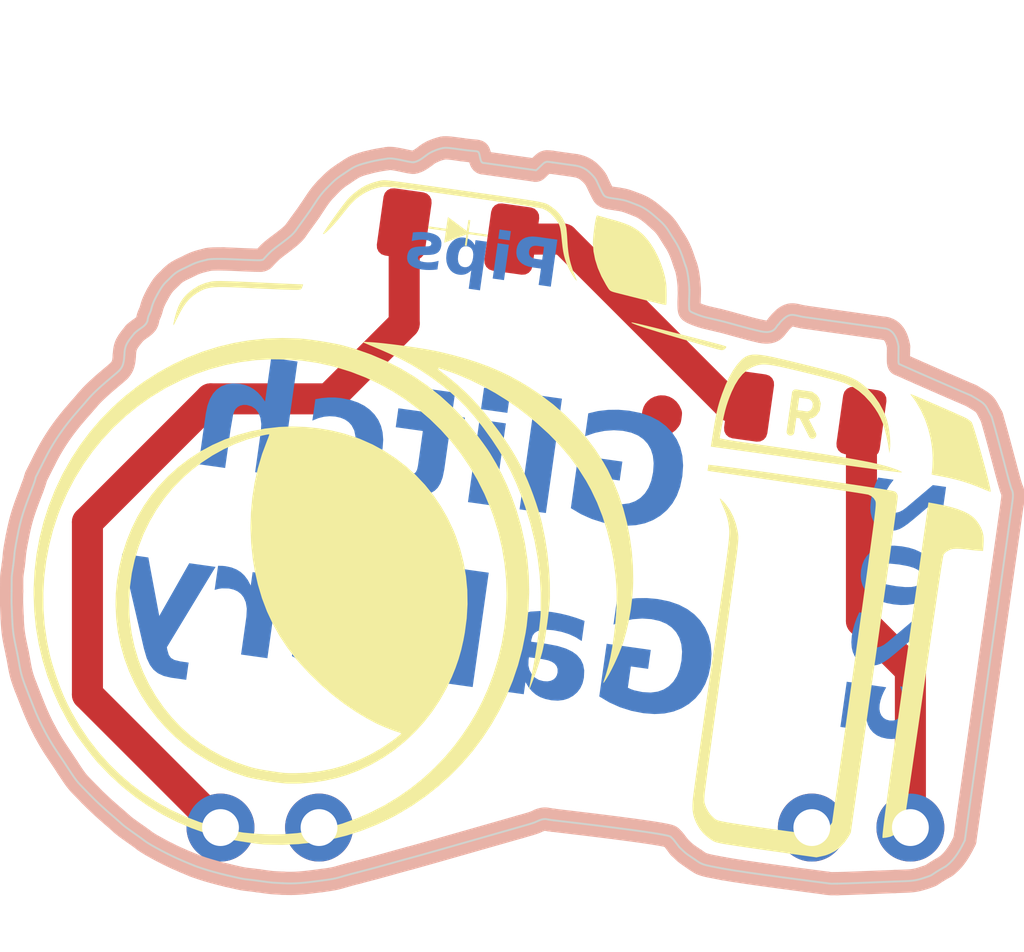
<source format=kicad_pcb>
(kicad_pcb (version 20241229) (generator "pcbnew") (generator_version "9.0")
  (layers (0 "F.Cu" signal) (2 "B.Cu" signal) (13 "F.Paste" user) (15 "B.Paste" user) (5 "F.SilkS" user "F.Silkscreen") (7 "B.SilkS" user "B.Silkscreen") (1 "F.Mask" user) (3 "B.Mask" user) (25 "Edge.Cuts" user))
  (net 0 "")
  (net 1 "Net-(D1-K)")
  (net 2 "CLK")
  (net 4 "+3.3V")
  (net 5 "GND")
  (footprint "LED_SMD:LED_1206_3216Metric" (layer "F.Cu") (at 152.170917 84.333308 172)
    (property "Reference" "D1" (hide yes))
    (property "Value" "WHITE")
    (pad "1" smd roundrect (at -1.4 0 172) (size 1.25 1.75) (layers "F.Cu" "F.Mask" "F.Paste") (roundrect_rratio 0.2) (net 1 "Net-(D1-K)"))
    (pad "2" smd roundrect (at 1.4 0 172) (size 1.25 1.75) (layers "F.Cu" "F.Mask" "F.Paste") (roundrect_rratio 0.2) (net 2 "CLK"))
  )
  (footprint "MiniBadge:MiniBadge_Simple_NoEdges" (layer "F.Cu") (at 144.78 80.645)
    (property "Reference" "MB1" (hide yes))
    (property "Value" "MiniBadge_Simple")
    (pad "9" thru_hole circle (at 1.27 19.05) (size 1.75 1.75) (drill 0.95) (layers "*.Cu" "*.Mask") (net 2 "CLK"))
    (pad "10" thru_hole circle (at 3.81 19.05) (size 1.75 1.75) (drill 0.95) (layers "*.Cu" "*.Mask"))
    (pad "15" thru_hole circle (at 16.51 19.05) (size 1.75 1.75) (drill 0.95) (layers "*.Cu" "*.Mask") (net 4 "+3.3V"))
    (pad "16" thru_hole circle (at 19.05 19.05) (size 1.75 1.75) (drill 0.95) (layers "*.Cu" "*.Mask") (net 5 "GND"))
  )
  (footprint "LOGO" (layer "F.Cu") (at 152.207477 84.054103 -8)
    (property "Reference" "G***" (hide yes))
    (property "Value" "LOGO" (hide yes))
  )
  (footprint "LOGO" (layer "F.Cu") (at 154.051 92.329 -8)
    (property "Reference" "G***" (hide yes))
    (property "Value" "LOGO" (hide yes))
    (fp_poly (pts (xy 2.782667 -4.202659) (xy 2.729055 -4.187813) (xy 2.627365 -4.1443) (xy 2.545355 -4.087507) (xy 2.475737 -4.01235) (xy 2.473805 -4.009811) (xy 2.423109 -3.929727) (xy 2.39109 -3.844812) (xy 2.375336 -3.747193) (xy 2.37269 -3.679184) (xy 2.373913 -3.613144) (xy 2.37975 -3.563612) (xy 2.392408 -3.519012) (xy 2.412294 -3.471693) (xy 2.471908 -3.372612) (xy 2.550288 -3.290066) (xy 2.643181 -3.226137) (xy 2.746336 -3.182911) (xy 2.855498 -3.162468) (xy 2.966415 -3.166897) (xy 3.013673 -3.176991) (xy 3.117277 -3.218867) (xy 3.212495 -3.284358) (xy 3.294284 -3.36909) (xy 3.357589 -3.468691) (xy 3.362758 -3.479405) (xy 3.380663 -3.52115) (xy 3.391813 -3.559414) (xy 3.397727 -3.603192) (xy 3.39992 -3.661472) (xy 3.400101 -3.700325) (xy 3.399249 -3.767969) (xy 3.395819 -3.816012) (xy 3.38823 -3.853029) (xy 3.374901 -3.887595) (xy 3.360173 -3.917097) (xy 3.292919 -4.018115) (xy 3.209138 -4.099874) (xy 3.112528 -4.160798) (xy 3.006782 -4.199291) (xy 2.895596 -4.213774)) (fill yes) (layer "F.Cu"))
    (fp_curve (pts (xy -13.07615 3.123854) (xy -13.128203 2.707429) (xy -13.128203 2.863588) (xy -13.128204 2.473188)) (stroke (width 0.05)) (layer "Edge.Cuts"))
    (fp_curve (pts (xy -12.972042 3.774524) (xy -13.050122 3.33207) (xy -13.024097 3.540284) (xy -13.07615 3.123854)) (stroke (width 0.05)) (layer "Edge.Cuts"))
    (fp_curve (pts (xy -13.128204 2.473188) (xy -13.128203 2.082785) (xy -13.15423 2.290999) (xy -13.128203 1.744438)) (stroke (width 0.05)) (layer "Edge.Cuts"))
    (fp_curve (pts (xy -13.128203 1.744438) (xy -13.102175 1.197877) (xy -13.050122 0.989666) (xy -12.919989 0.417078)) (stroke (width 0.05)) (layer "Edge.Cuts"))
    (fp_curve (pts (xy -12.711775 4.685459) (xy -12.841908 4.321084) (xy -12.893962 4.21698) (xy -12.972042 3.774524)) (stroke (width 0.05)) (layer "Edge.Cuts"))
    (fp_curve (pts (xy -12.373426 5.518314) (xy -12.581639 5.153939) (xy -12.58164 5.049833) (xy -12.711775 4.685459)) (stroke (width 0.05)) (layer "Edge.Cuts"))
    (fp_curve (pts (xy -12.919989 0.417078) (xy -12.789855 -0.155498) (xy -12.998068 0.521187) (xy -12.711775 -0.337686)) (stroke (width 0.05)) (layer "Edge.Cuts"))
    (fp_curve (pts (xy -12.711775 -0.337686) (xy -12.42548 -1.196569) (xy -12.03508 -1.691076) (xy -11.826867 -2.029427)) (stroke (width 0.05)) (layer "Edge.Cuts"))
    (fp_curve (pts (xy -11.722762 6.58541) (xy -12.009052 6.195009) (xy -12.165212 5.882687) (xy -12.373426 5.518314)) (stroke (width 0.05)) (layer "Edge.Cuts"))
    (fp_curve (pts (xy -11.020038 7.418264) (xy -11.358386 7.027866) (xy -11.436466 6.97581) (xy -11.722762 6.58541)) (stroke (width 0.05)) (layer "Edge.Cuts"))
    (fp_curve (pts (xy -11.826867 -2.029427) (xy -11.618653 -2.367768) (xy -11.176198 -2.810225) (xy -11.124145 -2.888303)) (stroke (width 0.05)) (layer "Edge.Cuts"))
    (fp_curve (pts (xy -10.343344 8.042905) (xy -10.707716 7.756612) (xy -10.681691 7.808665) (xy -11.020038 7.418264)) (stroke (width 0.05)) (layer "Edge.Cuts"))
    (fp_curve (pts (xy -11.124145 -2.888303) (xy -11.072092 -2.966384) (xy -11.020039 -3.044464) (xy -11.046065 -3.30473)) (stroke (width 0.05)) (layer "Edge.Cuts"))
    (fp_curve (pts (xy -9.432408 8.667547) (xy -9.536517 8.589469) (xy -9.97897 8.3292) (xy -10.343344 8.042905)) (stroke (width 0.05)) (layer "Edge.Cuts"))
    (fp_curve (pts (xy -11.046065 -3.30473) (xy -11.072092 -3.564999) (xy -11.020038 -3.64308) (xy -10.863877 -3.90335)) (stroke (width 0.05)) (layer "Edge.Cuts"))
    (fp_curve (pts (xy -10.863877 -3.90335) (xy -10.733746 -4.059509) (xy -10.655662 -4.085533) (xy -10.603609 -4.189641)) (stroke (width 0.05)) (layer "Edge.Cuts"))
    (fp_curve (pts (xy -8.807767 9.005894) (xy -8.937902 8.927813) (xy -9.328301 8.745626) (xy -9.432408 8.667547)) (stroke (width 0.05)) (layer "Edge.Cuts"))
    (fp_curve (pts (xy -10.603609 -4.189641) (xy -10.551555 -4.293747) (xy -10.603611 -4.293746) (xy -10.551556 -4.449907)) (stroke (width 0.05)) (layer "Edge.Cuts"))
    (fp_curve (pts (xy -10.551556 -4.449907) (xy -10.499504 -4.606066) (xy -10.551556 -4.632095) (xy -10.421424 -4.970443)) (stroke (width 0.05)) (layer "Edge.Cuts"))
    (fp_curve (pts (xy -10.421424 -4.970443) (xy -10.291288 -5.308791) (xy -10.265265 -5.282761) (xy -10.13513 -5.464951)) (stroke (width 0.05)) (layer "Edge.Cuts"))
    (fp_curve (pts (xy -8.157098 9.266162) (xy -8.313258 9.214108) (xy -8.677634 9.083974) (xy -8.807767 9.005894)) (stroke (width 0.05)) (layer "Edge.Cuts"))
    (fp_curve (pts (xy -10.13513 -5.464951) (xy -10.004996 -5.647138) (xy -9.874862 -5.699189) (xy -9.692676 -5.829326)) (stroke (width 0.05)) (layer "Edge.Cuts"))
    (fp_curve (pts (xy -9.692676 -5.829326) (xy -9.510486 -5.959457) (xy -9.328301 -6.011512) (xy -9.276248 -6.037539)) (stroke (width 0.05)) (layer "Edge.Cuts"))
    (fp_curve (pts (xy -7.428351 9.474375) (xy -7.844779 9.370268) (xy -8.000938 9.318215) (xy -8.157098 9.266162)) (stroke (width 0.05)) (layer "Edge.Cuts"))
    (fp_curve (pts (xy -9.276248 -6.037539) (xy -9.224194 -6.063563) (xy -9.068037 -6.089593) (xy -8.859821 -6.115617)) (stroke (width 0.05)) (layer "Edge.Cuts"))
    (fp_curve (pts (xy -8.859821 -6.115617) (xy -8.651608 -6.141645) (xy -7.974914 -6.193699) (xy -7.896832 -6.219723)) (stroke (width 0.05)) (layer "Edge.Cuts"))
    (fp_curve (pts (xy -6.543443 9.60451) (xy -7.116029 9.552454) (xy -7.428351 9.474375) (xy -7.428351 9.474375)) (stroke (width 0.05)) (layer "Edge.Cuts"))
    (fp_curve (pts (xy -5.736617 9.630535) (xy -6.179069 9.630536) (xy -5.970855 9.656561) (xy -6.543443 9.60451)) (stroke (width 0.05)) (layer "Edge.Cuts"))
    (fp_curve (pts (xy -7.896832 -6.219723) (xy -7.818751 -6.245752) (xy -7.870804 -6.219724) (xy -7.714646 -6.427939)) (stroke (width 0.05)) (layer "Edge.Cuts"))
    (fp_curve (pts (xy -7.714646 -6.427939) (xy -7.558485 -6.636153) (xy -7.220137 -6.896421) (xy -7.116028 -7.104635)) (stroke (width 0.05)) (layer "Edge.Cuts"))
    (fp_curve (pts (xy -5.111973 9.604509) (xy -5.424294 9.630535) (xy -5.294159 9.630535) (xy -5.736617 9.630535)) (stroke (width 0.05)) (layer "Edge.Cuts"))
    (fp_curve (pts (xy -7.116028 -7.104635) (xy -7.011924 -7.312849) (xy -6.933845 -7.442983) (xy -6.829736 -7.651195)) (stroke (width 0.05)) (layer "Edge.Cuts"))
    (fp_curve (pts (xy -6.829736 -7.651195) (xy -6.72563 -7.85941) (xy -6.647551 -8.067623) (xy -6.491388 -8.275837)) (stroke (width 0.05)) (layer "Edge.Cuts"))
    (fp_curve (pts (xy -4.122957 9.396295) (xy -4.591438 9.526429) (xy -4.799652 9.57848) (xy -5.111973 9.604509)) (stroke (width 0.05)) (layer "Edge.Cuts"))
    (fp_curve (pts (xy -6.491388 -8.275837) (xy -6.335228 -8.484052) (xy -6.309203 -8.536103) (xy -6.100989 -8.718291)) (stroke (width 0.05)) (layer "Edge.Cuts"))
    (fp_curve (pts (xy -6.100989 -8.718291) (xy -5.892776 -8.900478) (xy -5.866746 -8.952531) (xy -5.554426 -9.082665)) (stroke (width 0.05)) (layer "Edge.Cuts"))
    (fp_curve (pts (xy -3.238051 9.057947) (xy -3.810636 9.292188) (xy -3.654478 9.266162) (xy -4.122957 9.396295)) (stroke (width 0.05)) (layer "Edge.Cuts"))
    (fp_curve (pts (xy -5.554426 -9.082665) (xy -5.242107 -9.212799) (xy -5.190053 -9.2128) (xy -5.033891 -9.264853)) (stroke (width 0.05)) (layer "Edge.Cuts"))
    (fp_curve (pts (xy -5.033891 -9.264853) (xy -4.877731 -9.316904) (xy -4.461307 -9.238826) (xy -4.357198 -9.264852)) (stroke (width 0.05)) (layer "Edge.Cuts"))
    (fp_curve (pts (xy -1.962739 8.511387) (xy -2.275062 8.641519) (xy -2.665458 8.823707) (xy -3.238051 9.057947)) (stroke (width 0.05)) (layer "Edge.Cuts"))
    (fp_curve (pts (xy -4.357198 -9.264852) (xy -4.25309 -9.290877) (xy -4.148984 -9.394986) (xy -4.070903 -9.473067)) (stroke (width 0.05)) (layer "Edge.Cuts"))
    (fp_curve (pts (xy -4.070903 -9.473067) (xy -3.992822 -9.551146) (xy -3.992822 -9.551146) (xy -3.914745 -9.603199)) (stroke (width 0.05)) (layer "Edge.Cuts"))
    (fp_curve (pts (xy -3.914745 -9.603199) (xy -3.836663 -9.655252) (xy -3.732558 -9.707305) (xy -3.654477 -9.733333)) (stroke (width 0.05)) (layer "Edge.Cuts"))
    (fp_curve (pts (xy -3.654477 -9.733333) (xy -3.576395 -9.75936) (xy -3.472291 -9.759358) (xy -3.185994 -9.759359)) (stroke (width 0.05)) (layer "Edge.Cuts"))
    (fp_curve (pts (xy -3.185994 -9.759359) (xy -2.795595 -9.759358) (xy -2.795595 -9.785385) (xy -2.74354 -9.759357)) (stroke (width 0.05)) (layer "Edge.Cuts"))
    (fp_curve (pts (xy -2.74354 -9.759357) (xy -2.691489 -9.733333) (xy -2.66546 -9.499092) (xy -2.587381 -9.499091)) (stroke (width 0.05)) (layer "Edge.Cuts"))
    (fp_curve (pts (xy -2.587381 -9.499091) (xy -2.509299 -9.499092) (xy -1.233994 -9.499092) (xy -1.207967 -9.49909)) (stroke (width 0.05)) (layer "Edge.Cuts"))
    (fp_curve (pts (xy 0.744027 7.314157) (xy 0.327602 7.496345) (xy -1.650419 8.381252) (xy -1.962739 8.511387)) (stroke (width 0.05)) (layer "Edge.Cuts"))
    (fp_curve (pts (xy -1.207967 -9.49909) (xy -1.181941 -9.499091) (xy -1.051806 -9.707306) (xy -0.999754 -9.733333)) (stroke (width 0.05)) (layer "Edge.Cuts"))
    (fp_curve (pts (xy 1.212509 7.079917) (xy 1.082373 7.157999) (xy 1.160455 7.131972) (xy 0.744027 7.314157)) (stroke (width 0.05)) (layer "Edge.Cuts"))
    (fp_curve (pts (xy -0.999754 -9.733333) (xy -0.947702 -9.759358) (xy -0.973727 -9.759357) (xy -0.817566 -9.759357)) (stroke (width 0.05)) (layer "Edge.Cuts"))
    (fp_curve (pts (xy 1.446749 7.027864) (xy 1.420721 7.027865) (xy 1.342641 7.001838) (xy 1.212509 7.079917)) (stroke (width 0.05)) (layer "Edge.Cuts"))
    (fp_curve (pts (xy -0.817566 -9.759357) (xy -0.661405 -9.759357) (xy -0.37512 -9.759357) (xy -0.218961 -9.759358)) (stroke (width 0.05)) (layer "Edge.Cuts"))
    (fp_curve (pts (xy 1.576884 7.027864) (xy 1.446749 7.027864) (xy 1.472776 7.027864) (xy 1.446749 7.027864)) (stroke (width 0.05)) (layer "Edge.Cuts"))
    (fp_curve (pts (xy -0.218961 -9.759358) (xy -0.062802 -9.759357) (xy 0.067333 -9.707305) (xy 0.145414 -9.655251)) (stroke (width 0.05)) (layer "Edge.Cuts"))
    (fp_curve (pts (xy 0.145414 -9.655251) (xy 0.223494 -9.603199) (xy 0.3276 -9.525118) (xy 0.379655 -9.447038)) (stroke (width 0.05)) (layer "Edge.Cuts"))
    (fp_curve (pts (xy 0.379655 -9.447038) (xy 0.431706 -9.368958) (xy 0.561841 -9.160745) (xy 0.613894 -9.108691)) (stroke (width 0.05)) (layer "Edge.Cuts"))
    (fp_curve (pts (xy 0.613894 -9.108691) (xy 0.665949 -9.056638) (xy 0.744032 -9.056638) (xy 0.978266 -9.056638)) (stroke (width 0.05)) (layer "Edge.Cuts"))
    (fp_curve (pts (xy 0.978266 -9.056638) (xy 1.212509 -9.056637) (xy 1.264562 -9.03061) (xy 1.498805 -8.978558)) (stroke (width 0.05)) (layer "Edge.Cuts"))
    (fp_curve (pts (xy 1.498805 -8.978558) (xy 1.733044 -8.926504) (xy 1.889203 -8.822395) (xy 2.123443 -8.666236)) (stroke (width 0.05)) (layer "Edge.Cuts"))
    (fp_curve (pts (xy 2.123443 -8.666236) (xy 2.357684 -8.510076) (xy 2.38371 -8.431996) (xy 2.591924 -8.197755)) (stroke (width 0.05)) (layer "Edge.Cuts"))
    (fp_curve (pts (xy 4.622009 7.027864) (xy 4.517903 6.949783) (xy 1.707016 7.027865) (xy 1.576884 7.027864)) (stroke (width 0.05)) (layer "Edge.Cuts"))
    (fp_curve (pts (xy 2.591924 -8.197755) (xy 2.800138 -7.963515) (xy 2.878219 -7.729275) (xy 2.956299 -7.599144)) (stroke (width 0.05)) (layer "Edge.Cuts"))
    (fp_curve (pts (xy 4.882276 7.262105) (xy 4.648036 7.027866) (xy 4.726115 7.105947) (xy 4.622009 7.027864)) (stroke (width 0.05)) (layer "Edge.Cuts"))
    (fp_curve (pts (xy 2.956299 -7.599144) (xy 3.03438 -7.469009) (xy 3.112459 -7.156686) (xy 3.138485 -7.000526)) (stroke (width 0.05)) (layer "Edge.Cuts"))
    (fp_curve (pts (xy 3.19054 -6.584098) (xy 3.216564 -6.453965) (xy 3.190539 -6.453965) (xy 3.398753 -6.401913)) (stroke (width 0.05)) (layer "Edge.Cuts"))
    (fp_curve (pts (xy 3.138485 -7.000526) (xy 3.164514 -6.844368) (xy 3.164512 -6.714233) (xy 3.19054 -6.584098)) (stroke (width 0.05)) (layer "Edge.Cuts"))
    (fp_curve (pts (xy 5.324733 7.522371) (xy 5.116517 7.418266) (xy 5.090488 7.418265) (xy 4.882276 7.262105)) (stroke (width 0.05)) (layer "Edge.Cuts"))
    (fp_curve (pts (xy 3.398753 -6.401913) (xy 3.606966 -6.34986) (xy 3.711074 -6.349859) (xy 3.997369 -6.323829)) (stroke (width 0.05)) (layer "Edge.Cuts"))
    (fp_curve (pts (xy 3.997369 -6.323829) (xy 4.283662 -6.297805) (xy 4.752144 -6.219724) (xy 5.116517 -6.1937)) (stroke (width 0.05)) (layer "Edge.Cuts"))
    (fp_curve (pts (xy 6.079505 7.652505) (xy 5.506915 7.62648) (xy 5.532946 7.626479) (xy 5.324733 7.522371)) (stroke (width 0.05)) (layer "Edge.Cuts"))
    (fp_curve (pts (xy 5.116517 -6.1937) (xy 5.480891 -6.167672) (xy 5.480891 -6.375884) (xy 5.532945 -6.427939)) (stroke (width 0.05)) (layer "Edge.Cuts"))
    (fp_curve (pts (xy 5.532945 -6.427939) (xy 5.584999 -6.479992) (xy 5.506916 -6.427938) (xy 5.663078 -6.610126)) (stroke (width 0.05)) (layer "Edge.Cuts"))
    (fp_curve (pts (xy 5.663078 -6.610126) (xy 5.819238 -6.792314) (xy 5.949373 -6.714234) (xy 6.157585 -6.714234)) (stroke (width 0.05)) (layer "Edge.Cuts"))
    (fp_curve (pts (xy 6.157585 -6.714234) (xy 6.365802 -6.714234) (xy 7.823297 -6.714234) (xy 8.005481 -6.714233)) (stroke (width 0.05)) (layer "Edge.Cuts"))
    (fp_curve (pts (xy 8.760257 7.652506) (xy 8.604097 7.652505) (xy 6.652092 7.678532) (xy 6.079505 7.652505)) (stroke (width 0.05)) (layer "Edge.Cuts"))
    (fp_curve (pts (xy 9.046549 7.626479) (xy 8.864366 7.652505) (xy 8.916417 7.652505) (xy 8.760257 7.652506)) (stroke (width 0.05)) (layer "Edge.Cuts"))
    (fp_curve (pts (xy 8.005481 -6.714233) (xy 8.18767 -6.714234) (xy 7.979457 -6.714234) (xy 8.265748 -6.714234)) (stroke (width 0.05)) (layer "Edge.Cuts"))
    (fp_curve (pts (xy 8.265748 -6.714234) (xy 8.552044 -6.714235) (xy 8.656151 -6.375884) (xy 8.682176 -6.297806)) (stroke (width 0.05)) (layer "Edge.Cuts"))
    (fp_curve (pts (xy 10.504046 7.366211) (xy 10.061595 7.444291) (xy 9.228739 7.600452) (xy 9.046549 7.626479)) (stroke (width 0.05)) (layer "Edge.Cuts"))
    (fp_curve (pts (xy 8.682176 -6.297806) (xy 8.734231 -5.881377) (xy 8.734231 -5.881377) (xy 8.760258 -5.855349)) (stroke (width 0.05)) (layer "Edge.Cuts"))
    (fp_curve (pts (xy 8.760258 -5.855349) (xy 9.3849 -5.673167) (xy 10.608154 -5.334815) (xy 10.71226 -5.30879)) (stroke (width 0.05)) (layer "Edge.Cuts"))
    (fp_curve (pts (xy 11.258822 7.157998) (xy 10.998557 7.288133) (xy 10.946503 7.288132) (xy 10.504046 7.366211)) (stroke (width 0.05)) (layer "Edge.Cuts"))
    (fp_curve (pts (xy 11.753329 6.793624) (xy 11.310875 7.13197) (xy 11.51909 7.027865) (xy 11.258822 7.157998)) (stroke (width 0.05)) (layer "Edge.Cuts"))
    (fp_curve (pts (xy 12.143731 6.064876) (xy 12.013595 6.481302) (xy 11.883465 6.66349) (xy 11.753329 6.793624)) (stroke (width 0.05)) (layer "Edge.Cuts"))
    (fp_curve (pts (xy 10.71226 -5.30879) (xy 11.154717 -5.126602) (xy 11.076635 -5.15263) (xy 11.310877 -4.84031)) (stroke (width 0.05)) (layer "Edge.Cuts"))
    (fp_curve (pts (xy 11.310877 -4.84031) (xy 11.675249 -4.033479) (xy 12.039627 -3.096519) (xy 12.091678 -3.044464)) (stroke (width 0.05)) (layer "Edge.Cuts"))
    (fp_curve (pts (xy 12.091678 -3.044464) (xy 12.143732 -2.966384) (xy 12.14373 -2.83625) (xy 12.143731 -2.706117)) (stroke (width 0.05)) (layer "Edge.Cuts"))
    (fp_curve (pts (xy 12.143731 -2.706117) (xy 12.14373 -2.575984) (xy 12.143731 6.064876) (xy 12.143731 6.064876)) (stroke (width 0.05)) (layer "Edge.Cuts"))
  )
  (footprint "Resistor_SMD:R_1206_3216Metric" (layer "F.Cu") (at 161.120504 89.043819 -8)
    (property "Reference" "R1" (hide yes))
    (property "Value" "~")
    (pad "1" smd roundrect (at -1.4625 0 352) (size 1.125 1.75) (layers "F.Cu" "F.Mask" "F.Paste") (roundrect_rratio 0.222222) (net 1 "Net-(D1-K)"))
    (pad "2" smd roundrect (at 1.4625 0 352) (size 1.125 1.75) (layers "F.Cu" "F.Mask" "F.Paste") (roundrect_rratio 0.222222) (net 5 "GND"))
  )
  (gr_text "2025" (at 164.592 94.234 82) (layer "B.Cu") (effects (font (size 1.8 1.8) (thickness 0.2) (bold yes)) (justify bottom mirror)))
  (gr_text "Glitch\nGallery" (at 150.84431 96.31524 352) (layer "B.Cu") (effects (font (size 2.8 2.8) (thickness 0.3) (bold yes)) (justify bottom mirror)))
  (gr_text "Pips" (at 154.686 85.979 352) (layer "B.Cu") (effects (font (size 1.2 1.2) (thickness 0.3) (bold yes)) (justify left bottom mirror)))
  (gr_text "R" (at 160.355335 89.573189 -8) (layer "F.SilkS") (effects (font (size 1 1) (thickness 0.2) (bold yes)) (justify left bottom)))
  (segment (start 154.88615 84.52815) (end 159.198278 88.840278) (width 0.8) (layer "F.Cu") (net 1))
  (segment (start 159.198278 88.840278) (end 159.672237 88.840278) (width 0.8) (layer "F.Cu") (net 1))
  (segment (start 153.557292 84.52815) (end 154.88615 84.52815) (width 0.8) (layer "F.Cu") (net 1))
  (segment (start 142.621 96.266) (end 142.621 91.821) (width 0.8) (layer "F.Cu") (net 2))
  (segment (start 145.796 88.646) (end 148.844 88.646) (width 0.8) (layer "F.Cu") (net 2))
  (segment (start 146.05 99.695) (end 142.621 96.266) (width 0.8) (layer "F.Cu") (net 2))
  (segment (start 142.621 91.821) (end 145.796 88.646) (width 0.8) (layer "F.Cu") (net 2))
  (segment (start 150.784542 86.705458) (end 150.784542 84.138466) (width 0.8) (layer "F.Cu") (net 2))
  (segment (start 148.844 88.646) (end 150.784542 86.705458) (width 0.8) (layer "F.Cu") (net 2))
  (segment (start 162.568771 94.369771) (end 163.83 95.631) (width 0.8) (layer "F.Cu") (net 5))
  (segment (start 163.83 95.631) (end 163.83 99.695) (width 0.8) (layer "F.Cu") (net 5))
  (segment (start 162.568771 89.24736) (end 162.568771 94.369771) (width 0.8) (layer "F.Cu") (net 5))
)
</source>
